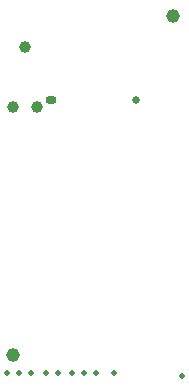
<source format=gbr>
%TF.GenerationSoftware,KiCad,Pcbnew,7.0.7*%
%TF.CreationDate,2023-09-04T22:31:29-04:00*%
%TF.ProjectId,k1-aioc,6b312d61-696f-4632-9e6b-696361645f70,rev?*%
%TF.SameCoordinates,Original*%
%TF.FileFunction,NonPlated,1,4,NPTH,Mixed*%
%TF.FilePolarity,Positive*%
%FSLAX46Y46*%
G04 Gerber Fmt 4.6, Leading zero omitted, Abs format (unit mm)*
G04 Created by KiCad (PCBNEW 7.0.7) date 2023-09-04 22:31:29*
%MOMM*%
%LPD*%
G01*
G04 APERTURE LIST*
%TA.AperFunction,ComponentDrill*%
%ADD10C,0.500000*%
%TD*%
G04 aperture for slot hole*
%TA.AperFunction,ComponentDrill*%
%ADD11O,0.950000X0.650000*%
%TD*%
%TA.AperFunction,ComponentDrill*%
%ADD12C,0.650000*%
%TD*%
%TA.AperFunction,ComponentDrill*%
%ADD13C,0.990600*%
%TD*%
%TA.AperFunction,ComponentDrill*%
%ADD14C,1.152000*%
%TD*%
G04 APERTURE END LIST*
D10*
%TO.C,H5*%
X85500000Y-124250000D03*
%TO.C,H10*%
X86500000Y-124250000D03*
%TO.C,H8*%
X87500000Y-124250000D03*
%TO.C,H9*%
X88750000Y-124250000D03*
%TO.C,H7*%
X89750000Y-124250000D03*
%TO.C,H6*%
X91000000Y-124250000D03*
%TO.C,H14*%
X92000000Y-124250000D03*
%TO.C,H13*%
X93000000Y-124250000D03*
%TO.C,H12*%
X94500000Y-124250000D03*
%TO.C,H15*%
X100250000Y-124500000D03*
D11*
%TO.C,J1*%
X89150000Y-101110000D03*
D12*
X96350000Y-101110000D03*
D13*
%TO.C,J6*%
X85968000Y-101750000D03*
X86984000Y-96670000D03*
X88000000Y-101750000D03*
D14*
%TO.C,H2*%
X86000000Y-122750000D03*
X86000000Y-122750000D03*
%TO.C,H1*%
X99500000Y-94000000D03*
M02*

</source>
